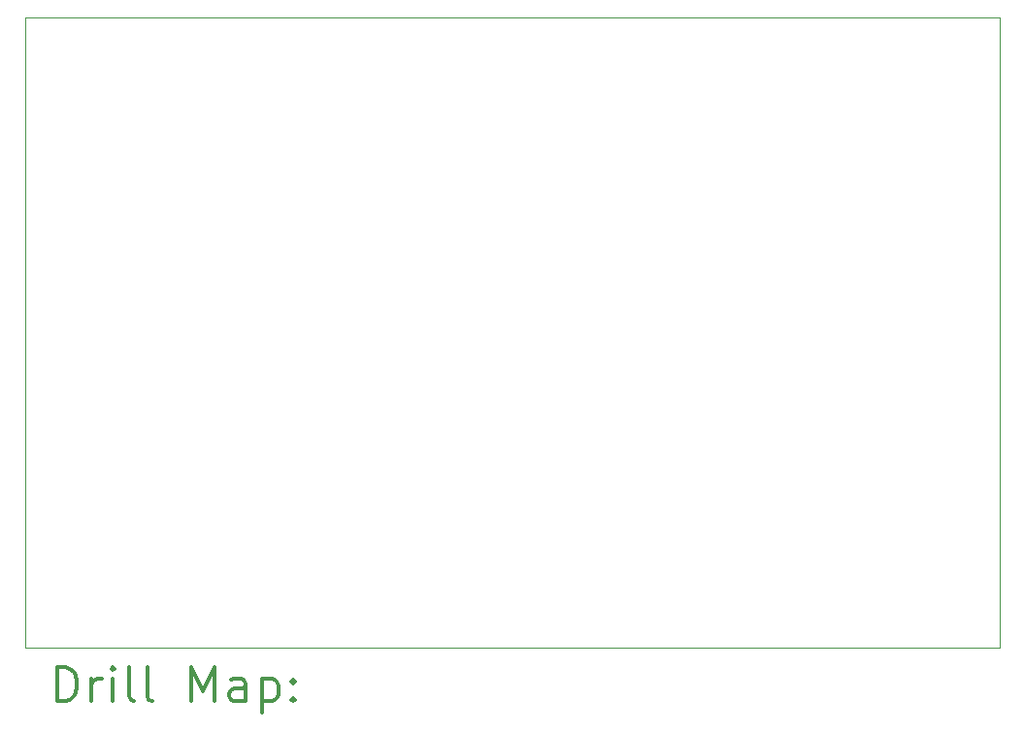
<source format=gbr>
%FSLAX45Y45*%
G04 Gerber Fmt 4.5, Leading zero omitted, Abs format (unit mm)*
G04 Created by KiCad (PCBNEW (5.1.2)-2) date 2022-12-09 13:09:03*
%MOMM*%
%LPD*%
G04 APERTURE LIST*
%ADD10C,0.100000*%
%ADD11C,0.200000*%
%ADD12C,0.300000*%
G04 APERTURE END LIST*
D10*
X16755000Y-12700000D02*
X8255000Y-12700000D01*
X16755000Y-7200000D02*
X16755000Y-12700000D01*
X8255000Y-7200000D02*
X16755000Y-7200000D01*
X8255000Y-12700000D02*
X8255000Y-7200000D01*
D11*
D12*
X8536428Y-13170714D02*
X8536428Y-12870714D01*
X8607857Y-12870714D01*
X8650714Y-12885000D01*
X8679286Y-12913571D01*
X8693571Y-12942143D01*
X8707857Y-12999286D01*
X8707857Y-13042143D01*
X8693571Y-13099286D01*
X8679286Y-13127857D01*
X8650714Y-13156429D01*
X8607857Y-13170714D01*
X8536428Y-13170714D01*
X8836428Y-13170714D02*
X8836428Y-12970714D01*
X8836428Y-13027857D02*
X8850714Y-12999286D01*
X8865000Y-12985000D01*
X8893571Y-12970714D01*
X8922143Y-12970714D01*
X9022143Y-13170714D02*
X9022143Y-12970714D01*
X9022143Y-12870714D02*
X9007857Y-12885000D01*
X9022143Y-12899286D01*
X9036428Y-12885000D01*
X9022143Y-12870714D01*
X9022143Y-12899286D01*
X9207857Y-13170714D02*
X9179286Y-13156429D01*
X9165000Y-13127857D01*
X9165000Y-12870714D01*
X9365000Y-13170714D02*
X9336428Y-13156429D01*
X9322143Y-13127857D01*
X9322143Y-12870714D01*
X9707857Y-13170714D02*
X9707857Y-12870714D01*
X9807857Y-13085000D01*
X9907857Y-12870714D01*
X9907857Y-13170714D01*
X10179286Y-13170714D02*
X10179286Y-13013571D01*
X10165000Y-12985000D01*
X10136428Y-12970714D01*
X10079286Y-12970714D01*
X10050714Y-12985000D01*
X10179286Y-13156429D02*
X10150714Y-13170714D01*
X10079286Y-13170714D01*
X10050714Y-13156429D01*
X10036428Y-13127857D01*
X10036428Y-13099286D01*
X10050714Y-13070714D01*
X10079286Y-13056429D01*
X10150714Y-13056429D01*
X10179286Y-13042143D01*
X10322143Y-12970714D02*
X10322143Y-13270714D01*
X10322143Y-12985000D02*
X10350714Y-12970714D01*
X10407857Y-12970714D01*
X10436428Y-12985000D01*
X10450714Y-12999286D01*
X10465000Y-13027857D01*
X10465000Y-13113571D01*
X10450714Y-13142143D01*
X10436428Y-13156429D01*
X10407857Y-13170714D01*
X10350714Y-13170714D01*
X10322143Y-13156429D01*
X10593571Y-13142143D02*
X10607857Y-13156429D01*
X10593571Y-13170714D01*
X10579286Y-13156429D01*
X10593571Y-13142143D01*
X10593571Y-13170714D01*
X10593571Y-12985000D02*
X10607857Y-12999286D01*
X10593571Y-13013571D01*
X10579286Y-12999286D01*
X10593571Y-12985000D01*
X10593571Y-13013571D01*
M02*

</source>
